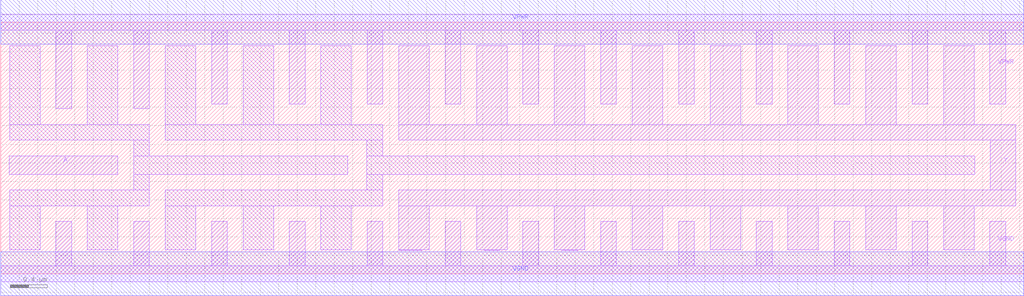
<source format=lef>
# Copyright 2020 The SkyWater PDK Authors
#
# Licensed under the Apache License, Version 2.0 (the "License");
# you may not use this file except in compliance with the License.
# You may obtain a copy of the License at
#
#     https://www.apache.org/licenses/LICENSE-2.0
#
# Unless required by applicable law or agreed to in writing, software
# distributed under the License is distributed on an "AS IS" BASIS,
# WITHOUT WARRANTIES OR CONDITIONS OF ANY KIND, either express or implied.
# See the License for the specific language governing permissions and
# limitations under the License.
#
# SPDX-License-Identifier: Apache-2.0

VERSION 5.5 ;
NAMESCASESENSITIVE ON ;
BUSBITCHARS "[]" ;
DIVIDERCHAR "/" ;
MACRO sky130_fd_sc_hd__bufinv_16
  CLASS CORE ;
  SOURCE USER ;
  ORIGIN  0.000000  0.000000 ;
  SIZE  11.04000 BY  2.720000 ;
  SYMMETRY X Y R90 ;
  SITE unithd ;
  PIN A
    ANTENNAGATEAREA  0.742500 ;
    DIRECTION INPUT ;
    USE SIGNAL ;
    PORT
      LAYER li1 ;
        RECT 0.090000 1.075000 1.265000 1.275000 ;
    END
  END A
  PIN Y
    ANTENNADIFFAREA  3.564000 ;
    DIRECTION OUTPUT ;
    USE SIGNAL ;
    PORT
      LAYER li1 ;
        RECT  4.295000 0.255000  4.545000 0.260000 ;
        RECT  4.295000 0.260000  4.625000 0.735000 ;
        RECT  4.295000 0.735000 10.955000 0.905000 ;
        RECT  4.295000 1.445000 10.955000 1.615000 ;
        RECT  4.295000 1.615000  4.625000 2.465000 ;
        RECT  5.135000 0.260000  5.465000 0.735000 ;
        RECT  5.135000 1.615000  5.465000 2.465000 ;
        RECT  5.215000 0.255000  5.385000 0.260000 ;
        RECT  5.975000 0.260000  6.305000 0.735000 ;
        RECT  5.975000 1.615000  6.305000 2.465000 ;
        RECT  6.055000 0.255000  6.225000 0.260000 ;
        RECT  6.815000 0.260000  7.145000 0.735000 ;
        RECT  6.815000 1.615000  7.145000 2.465000 ;
        RECT  7.655000 0.260000  7.985000 0.735000 ;
        RECT  7.655000 1.615000  7.985000 2.465000 ;
        RECT  8.495000 0.260000  8.825000 0.735000 ;
        RECT  8.495000 1.615000  8.825000 2.465000 ;
        RECT  9.335000 0.260000  9.665000 0.735000 ;
        RECT  9.335000 1.615000  9.665000 2.465000 ;
        RECT 10.175000 0.260000 10.505000 0.735000 ;
        RECT 10.175000 1.615000 10.505000 2.465000 ;
        RECT 10.680000 0.905000 10.955000 1.445000 ;
    END
  END Y
  PIN VGND
    DIRECTION INOUT ;
    SHAPE ABUTMENT ;
    USE GROUND ;
    PORT
      LAYER li1 ;
        RECT  0.000000 -0.085000 11.040000 0.085000 ;
        RECT  0.595000  0.085000  0.765000 0.565000 ;
        RECT  1.435000  0.085000  1.605000 0.565000 ;
        RECT  2.275000  0.085000  2.445000 0.565000 ;
        RECT  3.115000  0.085000  3.285000 0.565000 ;
        RECT  3.955000  0.085000  4.125000 0.565000 ;
        RECT  4.795000  0.085000  4.965000 0.565000 ;
        RECT  5.635000  0.085000  5.805000 0.565000 ;
        RECT  6.475000  0.085000  6.645000 0.565000 ;
        RECT  7.315000  0.085000  7.485000 0.565000 ;
        RECT  8.155000  0.085000  8.325000 0.565000 ;
        RECT  8.995000  0.085000  9.165000 0.565000 ;
        RECT  9.835000  0.085000 10.005000 0.565000 ;
        RECT 10.675000  0.085000 10.845000 0.565000 ;
    END
    PORT
      LAYER met1 ;
        RECT 0.000000 -0.240000 11.040000 0.240000 ;
    END
  END VGND
  PIN VNB
    DIRECTION INOUT ;
    USE GROUND ;
    PORT
    END
  END VNB
  PIN VPB
    DIRECTION INOUT ;
    USE POWER ;
    PORT
    END
  END VPB
  PIN VPWR
    DIRECTION INOUT ;
    SHAPE ABUTMENT ;
    USE POWER ;
    PORT
      LAYER li1 ;
        RECT  0.000000 2.635000 11.040000 2.805000 ;
        RECT  0.595000 1.785000  0.765000 2.635000 ;
        RECT  1.435000 1.785000  1.605000 2.635000 ;
        RECT  2.275000 1.835000  2.445000 2.635000 ;
        RECT  3.115000 1.835000  3.285000 2.635000 ;
        RECT  3.955000 1.835000  4.125000 2.635000 ;
        RECT  4.795000 1.835000  4.965000 2.635000 ;
        RECT  5.635000 1.835000  5.805000 2.635000 ;
        RECT  6.475000 1.835000  6.645000 2.635000 ;
        RECT  7.315000 1.835000  7.485000 2.635000 ;
        RECT  8.155000 1.835000  8.325000 2.635000 ;
        RECT  8.995000 1.835000  9.165000 2.635000 ;
        RECT  9.835000 1.835000 10.005000 2.635000 ;
        RECT 10.675000 1.835000 10.845000 2.635000 ;
    END
    PORT
      LAYER met1 ;
        RECT 0.000000 2.480000 11.040000 2.960000 ;
    END
  END VPWR
  OBS
    LAYER li1 ;
      RECT 0.095000 0.260000  0.425000 0.735000 ;
      RECT 0.095000 0.735000  1.605000 0.905000 ;
      RECT 0.095000 1.445000  1.605000 1.615000 ;
      RECT 0.095000 1.615000  0.425000 2.465000 ;
      RECT 0.935000 0.260000  1.265000 0.735000 ;
      RECT 0.935000 1.615000  1.265000 2.465000 ;
      RECT 1.435000 0.905000  1.605000 1.075000 ;
      RECT 1.435000 1.075000  3.745000 1.275000 ;
      RECT 1.435000 1.275000  1.605000 1.445000 ;
      RECT 1.775000 0.260000  2.105000 0.735000 ;
      RECT 1.775000 0.735000  4.125000 0.905000 ;
      RECT 1.775000 1.445000  4.125000 1.615000 ;
      RECT 1.775000 1.615000  2.105000 2.465000 ;
      RECT 2.615000 0.260000  2.945000 0.735000 ;
      RECT 2.615000 1.615000  2.945000 2.465000 ;
      RECT 3.455000 0.260000  3.785000 0.735000 ;
      RECT 3.455000 1.615000  3.785000 2.465000 ;
      RECT 3.950000 0.905000  4.125000 1.075000 ;
      RECT 3.950000 1.075000 10.510000 1.275000 ;
      RECT 3.950000 1.275000  4.125000 1.445000 ;
  END
END sky130_fd_sc_hd__bufinv_16
END LIBRARY

</source>
